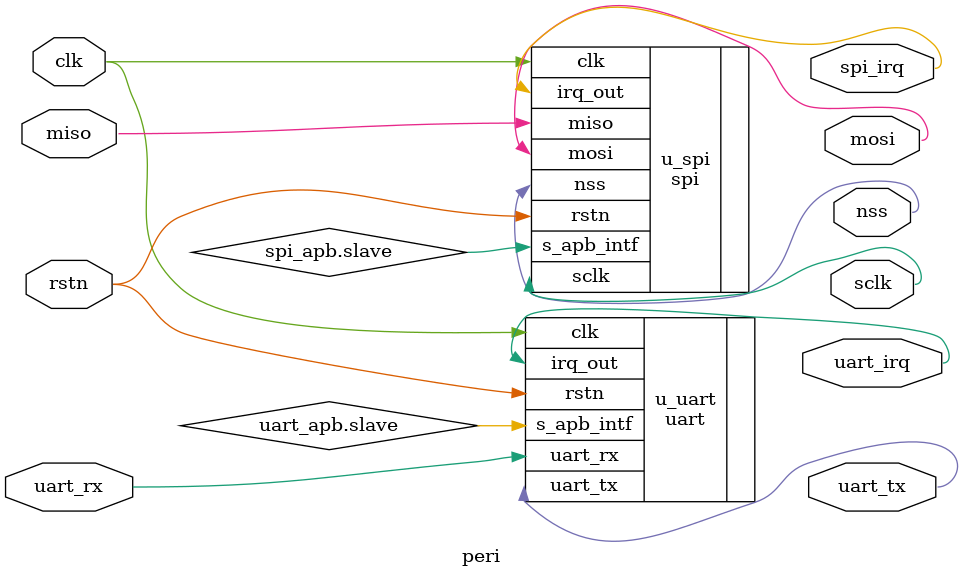
<source format=sv>
`include "soc_define.h"

module peri (
    input             clk,
    input             rstn,
    apb_intf.slave    s_apb_intf,

    // UART interface
    input             uart_rx,
    output            uart_tx,

    // SPI interface
    // inout             sclk,
    // inout             nss,
    // inout             mosi,
    // inout             miso
    output            sclk,
    output            nss,
    output            mosi,
    input             miso,

    // IRQ
    output            uart_irq,
    output            spi_irq
);

apb_intf uart_apb();
apb_intf spi_apb();

peri_apb_conn u_peri_apb_conn (
    .peri_apb ( s_apb_intf      ),
    .uart_apb ( uart_apb.master ),
    .spi_apb  ( spi_apb.master  )
);

uart u_uart(
    .clk        ( clk            ),
    .rstn       ( rstn           ),
    .s_apb_intf ( uart_apb.slave ),

    .irq_out    ( uart_irq       ),
    .uart_rx    ( uart_rx        ),
    .uart_tx    ( uart_tx        )
);


spi u_spi (
    .clk        ( clk           ),
    .rstn       ( rstn          ),
    .s_apb_intf ( spi_apb.slave ),

    // SPI interface
    .sclk       ( sclk          ),
    .nss        ( nss           ),
    .mosi       ( mosi          ),
    .miso       ( miso          ),

    // Interrupt
    .irq_out    ( spi_irq       )
);

endmodule

</source>
